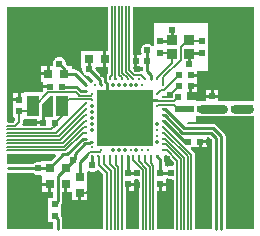
<source format=gtl>
G04*
G04 #@! TF.GenerationSoftware,Altium Limited,Altium Designer,19.0.15 (446)*
G04*
G04 Layer_Physical_Order=1*
G04 Layer_Color=255*
%FSLAX24Y24*%
%MOIN*%
G70*
G01*
G75*
%ADD10C,0.0098*%
%ADD12C,0.0079*%
%ADD13R,0.0217X0.0236*%
%ADD14R,0.0197X0.0236*%
%ADD15R,0.0374X0.0335*%
%ADD16R,0.0236X0.0197*%
%ADD17R,0.0256X0.0197*%
%ADD18R,0.0300X0.0300*%
%ADD19R,0.0315X0.0295*%
%ADD20R,0.0295X0.0315*%
%ADD22R,0.1909X0.1909*%
%ADD23R,0.0394X0.0709*%
%ADD34C,0.0108*%
%ADD35C,0.0059*%
%ADD36C,0.0057*%
%ADD37C,0.0200*%
%ADD38C,0.0300*%
%ADD39C,0.0072*%
%ADD40C,0.0240*%
%ADD41C,0.0138*%
G36*
X-3033Y-1839D02*
X-3011Y-1858D01*
X-2987Y-1874D01*
X-2961Y-1887D01*
X-2934Y-1896D01*
X-2906Y-1902D01*
X-2877Y-1904D01*
X-2848Y-1902D01*
X-2820Y-1896D01*
X-2810Y-1893D01*
X-2797Y-1900D01*
X-2760Y-1931D01*
Y-1967D01*
X-2760D01*
Y-2165D01*
X-2503D01*
Y-2215D01*
X-2453D01*
Y-2462D01*
X-2387D01*
Y-2646D01*
X-2544D01*
Y-3082D01*
Y-3476D01*
X-2387D01*
Y-3700D01*
X-2394Y-3708D01*
X-3905D01*
Y-1838D01*
X-3899Y-1833D01*
X-3038D01*
X-3033Y-1839D01*
D02*
G37*
G36*
X-871Y-1748D02*
X-732Y-1887D01*
Y-3701D01*
X-739Y-3708D01*
X-2080D01*
X-2087Y-3700D01*
Y-3366D01*
X-2089Y-3343D01*
X-2095Y-3320D01*
X-2104Y-3298D01*
X-2116Y-3278D01*
X-2127Y-3265D01*
Y-2867D01*
X-2116Y-2854D01*
X-2104Y-2834D01*
X-2095Y-2812D01*
X-2089Y-2789D01*
X-2087Y-2766D01*
Y-2462D01*
X-2021D01*
Y-2215D01*
X-1921D01*
Y-2462D01*
X-1754D01*
Y-2748D01*
X-1546D01*
Y-2500D01*
X-1496D01*
Y-2461D01*
X-1299D01*
Y-2450D01*
X-1239D01*
Y-2252D01*
X-1239D01*
Y-2216D01*
X-1239D01*
Y-1801D01*
X-1203Y-1778D01*
X-1189Y-1773D01*
X-1167Y-1784D01*
X-1140Y-1793D01*
X-1111Y-1799D01*
X-1083Y-1800D01*
X-1054Y-1799D01*
X-1026Y-1793D01*
X-998Y-1784D01*
X-972Y-1771D01*
X-948Y-1755D01*
X-927Y-1736D01*
X-871Y-1748D01*
D02*
G37*
G36*
X-555Y2216D02*
X-609D01*
Y1959D01*
Y1701D01*
X-555D01*
Y1483D01*
X-584Y1454D01*
X-597Y1439D01*
X-608Y1421D01*
X-616Y1402D01*
X-620Y1383D01*
X-622Y1363D01*
X-630Y1350D01*
X-639Y1327D01*
X-686Y1318D01*
X-692Y1320D01*
X-693Y1323D01*
X-706Y1343D01*
X-721Y1361D01*
X-971Y1611D01*
X-970Y1619D01*
X-972Y1648D01*
X-973Y1651D01*
X-943Y1701D01*
X-907D01*
Y1701D01*
X-709D01*
Y1959D01*
Y2216D01*
X-907D01*
Y2216D01*
X-943D01*
Y2216D01*
X-1439D01*
Y1701D01*
X-1439D01*
X-1409Y1651D01*
X-1410Y1648D01*
X-1411Y1619D01*
X-1410Y1590D01*
X-1404Y1562D01*
X-1395Y1535D01*
X-1382Y1509D01*
X-1366Y1485D01*
X-1347Y1463D01*
X-1325Y1444D01*
X-1301Y1428D01*
X-1275Y1415D01*
X-1248Y1406D01*
X-1220Y1400D01*
X-1191Y1398D01*
X-1183Y1399D01*
X-1057Y1273D01*
X-1056Y1251D01*
X-1067Y1213D01*
X-1075Y1208D01*
X-1094Y1192D01*
X-1101Y1183D01*
X-1132Y1177D01*
X-1162Y1183D01*
X-1170Y1192D01*
X-1189Y1208D01*
X-1200Y1215D01*
X-1558Y1572D01*
X-1575Y1588D01*
X-1595Y1600D01*
X-1617Y1609D01*
X-1640Y1614D01*
X-1663Y1616D01*
X-1770D01*
Y1724D01*
X-1886D01*
X-1897Y1742D01*
X-1912Y1759D01*
X-1955Y1803D01*
X-1955Y1811D01*
X-1957Y1840D01*
X-1962Y1868D01*
X-1972Y1895D01*
X-1984Y1921D01*
X-2000Y1945D01*
X-2019Y1967D01*
X-2041Y1986D01*
X-2065Y2002D01*
X-2091Y2015D01*
X-2118Y2024D01*
X-2146Y2030D01*
X-2175Y2032D01*
X-2204Y2030D01*
X-2232Y2024D01*
X-2260Y2015D01*
X-2285Y2002D01*
X-2309Y1986D01*
X-2331Y1967D01*
X-2350Y1945D01*
X-2366Y1921D01*
X-2379Y1895D01*
X-2388Y1868D01*
X-2394Y1840D01*
X-2396Y1811D01*
X-2394Y1782D01*
X-2392Y1774D01*
X-2418Y1733D01*
X-2431Y1724D01*
X-2499D01*
Y1467D01*
X-2549D01*
Y1417D01*
X-2797D01*
Y1209D01*
X-2708D01*
Y1083D01*
X-2490D01*
Y983D01*
X-2708D01*
Y881D01*
X-2719Y872D01*
X-2765Y858D01*
Y858D01*
X-2765Y858D01*
X-3359D01*
Y828D01*
X-3465D01*
Y610D01*
X-3515D01*
Y560D01*
X-3713D01*
Y392D01*
Y-2D01*
X-3645D01*
Y-73D01*
X-3711Y-140D01*
X-3905D01*
Y3708D01*
X-555D01*
Y2216D01*
D02*
G37*
G36*
X-2375Y31D02*
X-2658D01*
Y-167D01*
X-2708D01*
Y-217D01*
X-2926D01*
Y-256D01*
X-3394D01*
X-3412Y-206D01*
X-3410Y-203D01*
X-3399Y-186D01*
X-3391Y-167D01*
X-3386Y-147D01*
X-3385Y-127D01*
Y-90D01*
X-3359Y-51D01*
X-2926D01*
Y-117D01*
X-2758D01*
Y31D01*
X-2765D01*
Y458D01*
X-2503Y720D01*
X-2375D01*
Y31D01*
D02*
G37*
G36*
X-2290Y-1259D02*
X-2467Y-1435D01*
X-2760D01*
Y-1439D01*
X-2770Y-1451D01*
X-2810Y-1473D01*
X-2820Y-1470D01*
X-2848Y-1464D01*
X-2877Y-1463D01*
X-2906Y-1464D01*
X-2934Y-1470D01*
X-2961Y-1479D01*
X-2987Y-1492D01*
X-3011Y-1508D01*
X-3033Y-1527D01*
X-3038Y-1533D01*
X-3899D01*
X-3905Y-1528D01*
Y-1213D01*
X-2309D01*
X-2290Y-1259D01*
D02*
G37*
G36*
X4299Y550D02*
X4141D01*
X4134Y550D01*
X3690D01*
X3690Y550D01*
X3270Y550D01*
X3114D01*
Y667D01*
X2718D01*
Y550D01*
X2392Y550D01*
Y600D01*
X2077D01*
Y874D01*
X2155D01*
Y1073D01*
X2205D01*
Y1123D01*
X2423D01*
Y1229D01*
X2423D01*
Y1377D01*
X2205D01*
Y1477D01*
X2423D01*
Y1575D01*
X2777D01*
X2777Y3151D01*
X976Y3151D01*
X976Y2413D01*
X954Y2401D01*
X926Y2396D01*
X914Y2410D01*
X892Y2429D01*
X868Y2445D01*
X842Y2458D01*
X815Y2467D01*
X787Y2473D01*
X758Y2474D01*
X729Y2473D01*
X701Y2467D01*
X674Y2458D01*
X648Y2445D01*
X624Y2429D01*
X602Y2410D01*
X583Y2388D01*
X567Y2364D01*
X554Y2338D01*
X545Y2311D01*
X539Y2283D01*
X537Y2254D01*
X539Y2225D01*
X545Y2197D01*
X554Y2170D01*
X565Y2148D01*
X560Y2133D01*
X537Y2098D01*
X414D01*
Y1900D01*
Y1701D01*
X608D01*
Y1590D01*
X607Y1587D01*
X591Y1570D01*
X561Y1550D01*
X558Y1550D01*
X550Y1550D01*
X376D01*
X285Y1641D01*
Y1701D01*
X314D01*
Y1900D01*
Y2098D01*
X285D01*
Y3708D01*
X4299D01*
Y550D01*
D02*
G37*
G36*
Y-3708D02*
X3373D01*
X3365Y-3700D01*
Y-616D01*
X3365Y-616D01*
X3363Y-592D01*
X3358Y-569D01*
X3349Y-548D01*
X3337Y-528D01*
X3321Y-510D01*
X3321Y-510D01*
X3042Y-231D01*
X3025Y-216D01*
X3004Y-203D01*
X2983Y-194D01*
X2960Y-189D01*
X2937Y-187D01*
X2086D01*
X2079Y-178D01*
X2106Y-128D01*
X2392D01*
Y50D01*
X2566D01*
X2566Y50D01*
X3070D01*
X3841Y50D01*
Y50D01*
X4134D01*
X4141Y50D01*
X4299D01*
Y-3708D01*
D02*
G37*
G36*
X1630Y-1479D02*
Y-1565D01*
X1623Y-1575D01*
X1580Y-1603D01*
X1574Y-1602D01*
X1545Y-1600D01*
X1516Y-1602D01*
X1488Y-1608D01*
X1461Y-1617D01*
X1439Y-1628D01*
X1430Y-1625D01*
X1389Y-1603D01*
Y-1603D01*
X1341Y-1600D01*
Y-1388D01*
X1339Y-1364D01*
X1333Y-1342D01*
X1324Y-1320D01*
X1312Y-1300D01*
X1299Y-1284D01*
X1367Y-1216D01*
X1630Y-1479D01*
D02*
G37*
G36*
X2910Y-742D02*
Y-3700D01*
X2903Y-3708D01*
X2361D01*
X2354Y-3701D01*
Y-1233D01*
X2353Y-1213D01*
X2348Y-1193D01*
X2340Y-1174D01*
X2330Y-1157D01*
X2316Y-1141D01*
X2207Y-1032D01*
X2227Y-986D01*
X2470D01*
Y-787D01*
X2520D01*
Y-737D01*
X2738D01*
Y-642D01*
X2810D01*
X2910Y-742D01*
D02*
G37*
G36*
X1461Y-2025D02*
X1488Y-2034D01*
X1516Y-2039D01*
X1545Y-2041D01*
X1574Y-2039D01*
X1580Y-2038D01*
X1623Y-2066D01*
X1630Y-2077D01*
Y-3701D01*
X1623Y-3708D01*
X1096D01*
X1090Y-3701D01*
Y-2433D01*
X1141D01*
Y-2215D01*
X1191D01*
Y-2165D01*
X1389D01*
Y-2041D01*
X1395Y-2035D01*
X1422Y-2019D01*
X1439Y-2014D01*
X1461Y-2025D01*
D02*
G37*
G36*
X375Y-2039D02*
X404Y-2041D01*
X430Y-2040D01*
X433Y-2040D01*
X480Y-2076D01*
Y-3701D01*
X473Y-3708D01*
X38D01*
X32Y-3701D01*
Y-2433D01*
X48D01*
Y-2215D01*
X98D01*
Y-2165D01*
X297D01*
Y-2069D01*
X299Y-2065D01*
X343Y-2034D01*
X346Y-2034D01*
X375Y-2039D01*
D02*
G37*
%LPC*%
G36*
X-2553Y-2265D02*
X-2760D01*
Y-2462D01*
X-2553D01*
Y-2265D01*
D02*
G37*
G36*
X-1239Y-2550D02*
X-1446D01*
Y-2748D01*
X-1239D01*
Y-2550D01*
D02*
G37*
G36*
X-2599Y1724D02*
X-2797D01*
Y1517D01*
X-2599D01*
Y1724D01*
D02*
G37*
G36*
X-3565Y828D02*
X-3713D01*
Y660D01*
X-3565D01*
Y828D01*
D02*
G37*
G36*
X2423Y1023D02*
X2255D01*
Y874D01*
X2423D01*
Y1023D01*
D02*
G37*
G36*
X3114Y935D02*
X2966D01*
Y767D01*
X3114D01*
Y935D01*
D02*
G37*
G36*
X2866D02*
X2718D01*
Y767D01*
X2866D01*
Y935D01*
D02*
G37*
G36*
X2738Y-837D02*
X2570D01*
Y-986D01*
X2738D01*
Y-837D01*
D02*
G37*
G36*
X1389Y-2265D02*
X1241D01*
Y-2433D01*
X1389D01*
Y-2265D01*
D02*
G37*
G36*
X297D02*
X148D01*
Y-2433D01*
X297D01*
Y-2265D01*
D02*
G37*
%LPD*%
D10*
X-2335Y-3268D02*
Y-3258D01*
X-2237Y-3700D02*
Y-3366D01*
X-2335Y-3268D02*
X-2237Y-3366D01*
X-1971Y-1683D02*
X-1666Y-1378D01*
X-2335Y-2864D02*
X-2237Y-2766D01*
Y-1949D01*
X1560Y2557D02*
X1589Y2587D01*
X1174Y2557D02*
X1560D01*
X1577Y2599D02*
X1589Y2587D01*
X2189Y2164D02*
X2574D01*
X2160Y1804D02*
Y2134D01*
X1589Y2587D02*
Y2917D01*
X758Y1959D02*
Y2254D01*
X758Y1909D02*
Y2254D01*
X758Y1555D02*
Y1900D01*
Y1555D02*
X886Y1427D01*
Y1280D02*
Y1427D01*
X758Y1909D02*
X763Y1905D01*
X1310Y-98D02*
X1999Y-787D01*
X2126D01*
X1333Y98D02*
X1923Y-492D01*
X2872D01*
X1988Y-337D02*
X2937D01*
X1356Y295D02*
X1988Y-337D01*
X2872Y-492D02*
X3060Y-680D01*
X2937Y-337D02*
X3216Y-616D01*
X3060Y-3700D02*
Y-680D01*
X3216Y-3700D02*
Y-616D01*
X-1083Y-1580D02*
Y-1280D01*
X-1496Y-1969D02*
Y-1484D01*
X-1243Y-1231D01*
X-2237Y-1949D02*
X-1971Y-1683D01*
X-591Y591D02*
X0Y0D01*
X-591Y591D02*
Y1083D01*
X-2877Y-1683D02*
X-2503D01*
X-2175Y1811D02*
X-2018Y1654D01*
Y1467D02*
Y1654D01*
X-2096Y1033D02*
X-1614D01*
X-1467Y886D01*
X-1280D01*
X-2018Y1467D02*
X-1663D01*
X-1280Y1083D01*
X-1191Y1619D02*
X-827Y1255D01*
X-1191Y1619D02*
Y1959D01*
X-827Y1152D02*
X-787Y1113D01*
Y1083D02*
Y1113D01*
X-827Y1152D02*
Y1255D01*
X-653Y1213D02*
Y1434D01*
Y1213D02*
X-591Y1151D01*
Y1083D02*
Y1151D01*
X98Y-1821D02*
X404D01*
X591Y591D02*
X1083D01*
X0Y0D02*
X236Y236D01*
X591Y591D01*
X-1917Y-1220D02*
X-1386Y-689D01*
X-1280D01*
X-1113Y-787D02*
X-1083D01*
X-1175Y-850D02*
X-1113Y-787D01*
X-1327Y-850D02*
X-1175D01*
X98Y-1821D02*
Y-1280D01*
X1083D02*
X1191Y-1388D01*
Y-1821D02*
Y-1388D01*
Y-1821D02*
X1211Y-1841D01*
X1280Y98D02*
X1333D01*
X1280Y295D02*
X1356D01*
X1280Y-98D02*
X1310D01*
X1211Y-1841D02*
X1545D01*
X-1666Y-1378D02*
Y-1189D01*
X-1327Y-850D01*
X-2503Y-1683D02*
X-2040Y-1220D01*
X-1917D01*
X-3899Y-1683D02*
X-2877D01*
D12*
X-866Y-1555D02*
Y-1299D01*
X-886Y-1280D02*
X-866Y-1299D01*
Y-1555D02*
X-593Y-1829D01*
X-689Y-1535D02*
Y-1280D01*
Y-1535D02*
X-457Y-1768D01*
Y-3701D02*
Y-1768D01*
X-593Y-3701D02*
Y-1829D01*
D13*
X-2335Y-3258D02*
D03*
Y-2864D02*
D03*
D14*
X1174Y2557D02*
D03*
Y2164D02*
D03*
X2574Y2164D02*
D03*
Y2557D02*
D03*
X1792Y699D02*
D03*
Y305D02*
D03*
X2916Y717D02*
D03*
Y323D02*
D03*
X1191Y-1821D02*
D03*
Y-2215D02*
D03*
X98Y-1821D02*
D03*
Y-2215D02*
D03*
X-3515Y217D02*
D03*
Y610D02*
D03*
D15*
X2160Y2134D02*
D03*
Y2587D02*
D03*
X1589D02*
D03*
Y2134D02*
D03*
D16*
X2205Y1427D02*
D03*
X1811D02*
D03*
X364Y1900D02*
D03*
X758D02*
D03*
X2205Y1073D02*
D03*
X1811D02*
D03*
X2520Y-787D02*
D03*
X2126D02*
D03*
X-2096Y1033D02*
D03*
X-2490D02*
D03*
X-2314Y-167D02*
D03*
X-2708D02*
D03*
D17*
X2539Y302D02*
D03*
X2165Y302D02*
D03*
X3667Y302D02*
D03*
X3293D02*
D03*
D18*
X4156Y300D02*
D03*
D19*
X-1971Y-2215D02*
D03*
Y-1683D02*
D03*
X-2503Y-2215D02*
D03*
Y-1683D02*
D03*
X-1496Y-2500D02*
D03*
Y-1969D02*
D03*
D20*
X-2549Y1467D02*
D03*
X-2018D02*
D03*
X-1191Y1959D02*
D03*
X-659D02*
D03*
D22*
X0Y0D02*
D03*
D23*
X-2078Y404D02*
D03*
X-3062D02*
D03*
D34*
X886Y1280D02*
D03*
X-492D02*
D03*
X-295D02*
D03*
X-98D02*
D03*
X98D02*
D03*
X295D02*
D03*
X492D02*
D03*
X689D02*
D03*
X1083D02*
D03*
X-1280Y1083D02*
D03*
X-984D02*
D03*
X-787D02*
D03*
X-591D02*
D03*
X-394D02*
D03*
X-197D02*
D03*
X0D02*
D03*
X197D02*
D03*
X394D02*
D03*
X591D02*
D03*
X1280D02*
D03*
X1083Y787D02*
D03*
X-1280Y886D02*
D03*
X-1083Y787D02*
D03*
X1280Y689D02*
D03*
X-1083Y591D02*
D03*
X1083D02*
D03*
X-1280Y492D02*
D03*
X-1083Y394D02*
D03*
X1083D02*
D03*
X-1280Y295D02*
D03*
X1280D02*
D03*
X-1083Y197D02*
D03*
X-1280Y98D02*
D03*
X1280D02*
D03*
X-1083Y0D02*
D03*
X-1280Y-98D02*
D03*
X1280D02*
D03*
X-1083Y-197D02*
D03*
X1083D02*
D03*
X-1280Y-295D02*
D03*
X1280D02*
D03*
X-1083Y-394D02*
D03*
X1083D02*
D03*
X-1280Y-492D02*
D03*
X1280D02*
D03*
X1083Y-591D02*
D03*
X-1280Y-689D02*
D03*
X1280D02*
D03*
X-1083Y-787D02*
D03*
X1083D02*
D03*
X1280Y-886D02*
D03*
X-1083Y-984D02*
D03*
X-787Y-1083D02*
D03*
X-394D02*
D03*
X-197D02*
D03*
X0D02*
D03*
X197D02*
D03*
X394D02*
D03*
X591D02*
D03*
X787D02*
D03*
X1280D02*
D03*
X-1083Y-1280D02*
D03*
X-886D02*
D03*
X-689D02*
D03*
X-492D02*
D03*
X-295D02*
D03*
X-98D02*
D03*
X98D02*
D03*
X295D02*
D03*
X492D02*
D03*
X689D02*
D03*
X886D02*
D03*
X1083D02*
D03*
D35*
X1085Y787D02*
X1213Y915D01*
X1083Y787D02*
X1085D01*
X1870Y2362D02*
X2065Y2557D01*
X2574D01*
X1174Y2164D02*
X1560D01*
X1589Y2134D01*
X156Y1587D02*
X322Y1420D01*
X550D01*
X689Y1282D01*
X156Y1587D02*
Y3720D01*
X1280Y1083D02*
Y1348D01*
X1870Y1938D01*
Y2362D01*
X1083Y1315D02*
X1589Y1821D01*
X1083Y1280D02*
Y1315D01*
X1589Y1821D02*
Y2134D01*
X1437Y689D02*
X1506Y758D01*
X1280Y689D02*
X1437D01*
X1213Y915D02*
X1311D01*
X1811Y1415D02*
Y1427D01*
X1311Y915D02*
X1811Y1415D01*
X1506Y758D02*
X1811Y1063D01*
Y1073D01*
X1287Y-295D02*
X2225Y-1233D01*
X1320Y-492D02*
X2108Y-1281D01*
X1352Y-689D02*
X1992Y-1329D01*
X1385Y-886D02*
X1876Y-1377D01*
X1417Y-1083D02*
X1760Y-1425D01*
Y-3701D02*
Y-1425D01*
X1876Y-3701D02*
Y-1377D01*
X1992Y-3701D02*
Y-1329D01*
X2225Y-3701D02*
Y-1233D01*
X2108Y-3701D02*
Y-1281D01*
X-2276Y-502D02*
X-1282Y492D01*
X-3917Y-502D02*
X-2276D01*
X-3917Y-386D02*
X-2444D01*
X-3515Y-127D02*
Y217D01*
X-3917Y-270D02*
X-3658D01*
X-3515Y-127D01*
X295Y1280D02*
Y1283D01*
X39Y1539D02*
X295Y1283D01*
X98Y1280D02*
Y1316D01*
X-77Y1491D02*
X98Y1316D01*
X-77Y1491D02*
Y3720D01*
X-193Y1443D02*
Y3720D01*
Y1443D02*
X-98Y1348D01*
X-309Y1293D02*
Y3720D01*
Y1293D02*
X-295Y1280D01*
X39Y1539D02*
Y3720D01*
X-425Y1429D02*
Y3720D01*
X-492Y1362D02*
X-425Y1429D01*
X-3917Y-618D02*
X-2195D01*
X-3917Y-734D02*
X-2142D01*
X-2444Y-386D02*
X-2314Y-256D01*
Y-167D01*
X-3917Y-1083D02*
X-1972D01*
X-1381Y-492D02*
X-1280D01*
X-1972Y-1083D02*
X-1381Y-492D01*
X-3917Y-967D02*
X-2020D01*
X-1348Y-295D01*
X-1280D01*
X-3917Y-850D02*
X-2071D01*
X-1319Y-98D02*
X-1280D01*
X-2071Y-850D02*
X-1319Y-98D01*
X-1309Y98D02*
X-1280D01*
X-2142Y-734D02*
X-1309Y98D01*
X-2195Y-618D02*
X-1282Y295D01*
X-1280D01*
X-1282Y492D02*
X-1280D01*
X-98Y1280D02*
Y1348D01*
X-492Y1280D02*
Y1362D01*
X-98Y-3701D02*
Y-1280D01*
X-492Y-1535D02*
X-331Y-1697D01*
Y-3701D02*
Y-1697D01*
X-492Y-1535D02*
Y-1280D01*
X-295Y-1568D02*
X-215Y-1649D01*
Y-3701D02*
Y-1649D01*
X-295Y-1568D02*
Y-1280D01*
X295Y-1420D02*
Y-1280D01*
Y-1420D02*
X610Y-1735D01*
Y-3701D02*
Y-1735D01*
X492Y-1453D02*
X727Y-1688D01*
Y-3701D02*
Y-1688D01*
X492Y-1453D02*
Y-1280D01*
X689Y-1486D02*
X843Y-1640D01*
X689Y-1486D02*
Y-1280D01*
X843Y-3701D02*
Y-1640D01*
X886Y-1518D02*
X960Y-1592D01*
Y-3701D02*
Y-1592D01*
X886Y-1518D02*
Y-1280D01*
X1280Y-1083D02*
X1417D01*
X1280Y-492D02*
X1320D01*
X1280Y-886D02*
X1385D01*
X1280Y-689D02*
X1352D01*
X1280Y-295D02*
X1287D01*
D36*
X1642Y549D02*
X1792Y699D01*
X1124Y549D02*
X1642D01*
X1124Y435D02*
X1662D01*
X1793Y303D01*
X1795Y301D01*
X-3062Y404D02*
X-3002D01*
X-2556Y849D01*
X-1849Y632D02*
X-1124D01*
X-2556Y849D02*
X-1621D01*
X-3515Y217D02*
X-3249D01*
X-3062Y404D01*
X-2078Y69D02*
Y404D01*
X-2314Y-167D02*
X-2078Y69D01*
Y404D02*
X-1849Y632D01*
X-1514Y746D02*
X-1124D01*
X-1519Y751D02*
X-1514Y746D01*
X-1522Y751D02*
X-1519D01*
X-1621Y849D02*
X-1522Y751D01*
X-1124Y746D02*
X-1083Y787D01*
X-1124Y632D02*
X-1083Y591D01*
X1083D02*
X1124Y549D01*
X1083Y394D02*
X1124Y435D01*
D37*
X1793Y303D02*
X2145D01*
D38*
X3690Y300D02*
X4134D01*
X2566D02*
X3270D01*
D39*
X-1243Y-1231D02*
X-1144Y-1132D01*
X-837D01*
X-787Y-1083D01*
D40*
X758Y2254D02*
D03*
X404Y2263D02*
D03*
X2600Y717D02*
D03*
X2913Y1053D02*
D03*
X2160Y1804D02*
D03*
X1589Y2917D02*
D03*
X404Y1634D02*
D03*
X2539Y1073D02*
D03*
X1506Y758D02*
D03*
X2204Y738D02*
D03*
X2539Y1427D02*
D03*
X-1191Y1619D02*
D03*
X2569Y-39D02*
D03*
X4176Y-79D02*
D03*
Y679D02*
D03*
X3566D02*
D03*
X3566Y-79D02*
D03*
X3490Y-3590D02*
D03*
Y-2590D02*
D03*
X2472D02*
D03*
Y-3590D02*
D03*
X2825Y-797D02*
D03*
X3570Y3590D02*
D03*
X757D02*
D03*
X4176Y-3590D02*
D03*
Y-2590D02*
D03*
Y-1590D02*
D03*
X2472D02*
D03*
X3490D02*
D03*
Y-590D02*
D03*
X4176D02*
D03*
X2570Y3590D02*
D03*
X4176D02*
D03*
X1570D02*
D03*
X4176Y2590D02*
D03*
X3570D02*
D03*
X4176Y1590D02*
D03*
X3570D02*
D03*
X-1710Y-1400D02*
D03*
X-1083Y-1580D02*
D03*
X-1020Y-2090D02*
D03*
X1496Y-2234D02*
D03*
X1208Y-3590D02*
D03*
X260D02*
D03*
X148Y-2559D02*
D03*
X-1020Y-2860D02*
D03*
X-1516Y-2864D02*
D03*
X-1020Y-3590D02*
D03*
X-1970D02*
D03*
X-1912Y-2559D02*
D03*
X-2503D02*
D03*
X-2500Y-3590D02*
D03*
X-3790Y-60D02*
D03*
X-2619Y394D02*
D03*
X-2835Y1033D02*
D03*
X-2913Y1467D02*
D03*
X-787Y2559D02*
D03*
X-2559Y2362D02*
D03*
X-719Y3590D02*
D03*
X-1575D02*
D03*
X-2559D02*
D03*
X-3790D02*
D03*
Y2362D02*
D03*
Y984D02*
D03*
Y-2470D02*
D03*
Y-3590D02*
D03*
X-2877Y-1683D02*
D03*
X-3062Y-157D02*
D03*
X-2175Y1811D02*
D03*
X-709Y1457D02*
D03*
X404Y-1821D02*
D03*
X1545Y-1821D02*
D03*
X404Y-2244D02*
D03*
X1211Y-2550D02*
D03*
X1417Y-1378D02*
D03*
X-3790Y-1330D02*
D03*
X-2542D02*
D03*
X-709Y709D02*
D03*
X-236D02*
D03*
X236D02*
D03*
X709D02*
D03*
X-709Y236D02*
D03*
X-236D02*
D03*
X236D02*
D03*
X709D02*
D03*
X-709Y-236D02*
D03*
X-236D02*
D03*
X236D02*
D03*
X709D02*
D03*
X-709Y-709D02*
D03*
X-236D02*
D03*
X236D02*
D03*
X709D02*
D03*
X-1610Y1760D02*
D03*
X-1580Y2520D02*
D03*
D41*
X-1083Y394D02*
D03*
Y-394D02*
D03*
Y-197D02*
D03*
Y0D02*
D03*
Y197D02*
D03*
X394Y-1083D02*
D03*
X1083Y-197D02*
D03*
X1083Y-787D02*
D03*
X-394Y-1083D02*
D03*
X-197D02*
D03*
X0Y-1083D02*
D03*
X-394Y1083D02*
D03*
X-197D02*
D03*
X0D02*
D03*
X197D02*
D03*
X394D02*
D03*
M02*

</source>
